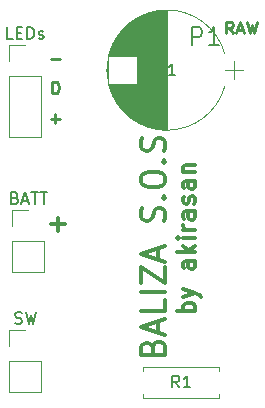
<source format=gto>
G04 #@! TF.FileFunction,Legend,Top*
%FSLAX46Y46*%
G04 Gerber Fmt 4.6, Leading zero omitted, Abs format (unit mm)*
G04 Created by KiCad (PCBNEW 4.0.7-e2-6376~58~ubuntu16.04.1) date Thu Jan  4 23:54:05 2018*
%MOMM*%
%LPD*%
G01*
G04 APERTURE LIST*
%ADD10C,0.020000*%
%ADD11C,0.300000*%
%ADD12C,0.250000*%
%ADD13C,0.120000*%
%ADD14C,0.150000*%
G04 APERTURE END LIST*
D10*
D11*
X161206571Y-133214286D02*
X159706571Y-133214286D01*
X160278000Y-133214286D02*
X160206571Y-133071429D01*
X160206571Y-132785715D01*
X160278000Y-132642858D01*
X160349429Y-132571429D01*
X160492286Y-132500000D01*
X160920857Y-132500000D01*
X161063714Y-132571429D01*
X161135143Y-132642858D01*
X161206571Y-132785715D01*
X161206571Y-133071429D01*
X161135143Y-133214286D01*
X160206571Y-132000000D02*
X161206571Y-131642857D01*
X160206571Y-131285715D02*
X161206571Y-131642857D01*
X161563714Y-131785715D01*
X161635143Y-131857143D01*
X161706571Y-132000000D01*
X161206571Y-128928572D02*
X160420857Y-128928572D01*
X160278000Y-129000001D01*
X160206571Y-129142858D01*
X160206571Y-129428572D01*
X160278000Y-129571429D01*
X161135143Y-128928572D02*
X161206571Y-129071429D01*
X161206571Y-129428572D01*
X161135143Y-129571429D01*
X160992286Y-129642858D01*
X160849429Y-129642858D01*
X160706571Y-129571429D01*
X160635143Y-129428572D01*
X160635143Y-129071429D01*
X160563714Y-128928572D01*
X161206571Y-128214286D02*
X159706571Y-128214286D01*
X160635143Y-128071429D02*
X161206571Y-127642858D01*
X160206571Y-127642858D02*
X160778000Y-128214286D01*
X161206571Y-127000000D02*
X160206571Y-127000000D01*
X159706571Y-127000000D02*
X159778000Y-127071429D01*
X159849429Y-127000000D01*
X159778000Y-126928572D01*
X159706571Y-127000000D01*
X159849429Y-127000000D01*
X161206571Y-126285714D02*
X160206571Y-126285714D01*
X160492286Y-126285714D02*
X160349429Y-126214286D01*
X160278000Y-126142857D01*
X160206571Y-126000000D01*
X160206571Y-125857143D01*
X161206571Y-124714286D02*
X160420857Y-124714286D01*
X160278000Y-124785715D01*
X160206571Y-124928572D01*
X160206571Y-125214286D01*
X160278000Y-125357143D01*
X161135143Y-124714286D02*
X161206571Y-124857143D01*
X161206571Y-125214286D01*
X161135143Y-125357143D01*
X160992286Y-125428572D01*
X160849429Y-125428572D01*
X160706571Y-125357143D01*
X160635143Y-125214286D01*
X160635143Y-124857143D01*
X160563714Y-124714286D01*
X161135143Y-124071429D02*
X161206571Y-123928572D01*
X161206571Y-123642857D01*
X161135143Y-123500000D01*
X160992286Y-123428572D01*
X160920857Y-123428572D01*
X160778000Y-123500000D01*
X160706571Y-123642857D01*
X160706571Y-123857143D01*
X160635143Y-124000000D01*
X160492286Y-124071429D01*
X160420857Y-124071429D01*
X160278000Y-124000000D01*
X160206571Y-123857143D01*
X160206571Y-123642857D01*
X160278000Y-123500000D01*
X161206571Y-122142857D02*
X160420857Y-122142857D01*
X160278000Y-122214286D01*
X160206571Y-122357143D01*
X160206571Y-122642857D01*
X160278000Y-122785714D01*
X161135143Y-122142857D02*
X161206571Y-122285714D01*
X161206571Y-122642857D01*
X161135143Y-122785714D01*
X160992286Y-122857143D01*
X160849429Y-122857143D01*
X160706571Y-122785714D01*
X160635143Y-122642857D01*
X160635143Y-122285714D01*
X160563714Y-122142857D01*
X160206571Y-121428571D02*
X161206571Y-121428571D01*
X160349429Y-121428571D02*
X160278000Y-121357143D01*
X160206571Y-121214285D01*
X160206571Y-121000000D01*
X160278000Y-120857143D01*
X160420857Y-120785714D01*
X161206571Y-120785714D01*
D12*
X164409524Y-109672381D02*
X164076190Y-109196190D01*
X163838095Y-109672381D02*
X163838095Y-108672381D01*
X164219048Y-108672381D01*
X164314286Y-108720000D01*
X164361905Y-108767619D01*
X164409524Y-108862857D01*
X164409524Y-109005714D01*
X164361905Y-109100952D01*
X164314286Y-109148571D01*
X164219048Y-109196190D01*
X163838095Y-109196190D01*
X164790476Y-109386667D02*
X165266667Y-109386667D01*
X164695238Y-109672381D02*
X165028571Y-108672381D01*
X165361905Y-109672381D01*
X165600000Y-108672381D02*
X165838095Y-109672381D01*
X166028572Y-108958095D01*
X166219048Y-109672381D01*
X166457143Y-108672381D01*
D11*
X157591143Y-136238191D02*
X157686381Y-135952477D01*
X157781619Y-135857238D01*
X157972095Y-135762000D01*
X158257810Y-135762000D01*
X158448286Y-135857238D01*
X158543524Y-135952477D01*
X158638762Y-136142953D01*
X158638762Y-136904858D01*
X156638762Y-136904858D01*
X156638762Y-136238191D01*
X156734000Y-136047715D01*
X156829238Y-135952477D01*
X157019714Y-135857238D01*
X157210190Y-135857238D01*
X157400667Y-135952477D01*
X157495905Y-136047715D01*
X157591143Y-136238191D01*
X157591143Y-136904858D01*
X158067333Y-135000096D02*
X158067333Y-134047715D01*
X158638762Y-135190572D02*
X156638762Y-134523905D01*
X158638762Y-133857238D01*
X158638762Y-132238191D02*
X158638762Y-133190572D01*
X156638762Y-133190572D01*
X158638762Y-131571524D02*
X156638762Y-131571524D01*
X156638762Y-130809619D02*
X156638762Y-129476285D01*
X158638762Y-130809619D01*
X158638762Y-129476285D01*
X158067333Y-128809619D02*
X158067333Y-127857238D01*
X158638762Y-129000095D02*
X156638762Y-128333428D01*
X158638762Y-127666761D01*
X158543524Y-125571523D02*
X158638762Y-125285808D01*
X158638762Y-124809618D01*
X158543524Y-124619142D01*
X158448286Y-124523904D01*
X158257810Y-124428665D01*
X158067333Y-124428665D01*
X157876857Y-124523904D01*
X157781619Y-124619142D01*
X157686381Y-124809618D01*
X157591143Y-125190570D01*
X157495905Y-125381046D01*
X157400667Y-125476285D01*
X157210190Y-125571523D01*
X157019714Y-125571523D01*
X156829238Y-125476285D01*
X156734000Y-125381046D01*
X156638762Y-125190570D01*
X156638762Y-124714380D01*
X156734000Y-124428665D01*
X158448286Y-123571523D02*
X158543524Y-123476284D01*
X158638762Y-123571523D01*
X158543524Y-123666761D01*
X158448286Y-123571523D01*
X158638762Y-123571523D01*
X156638762Y-122238189D02*
X156638762Y-121857237D01*
X156734000Y-121666761D01*
X156924476Y-121476284D01*
X157305429Y-121381046D01*
X157972095Y-121381046D01*
X158353048Y-121476284D01*
X158543524Y-121666761D01*
X158638762Y-121857237D01*
X158638762Y-122238189D01*
X158543524Y-122428665D01*
X158353048Y-122619142D01*
X157972095Y-122714380D01*
X157305429Y-122714380D01*
X156924476Y-122619142D01*
X156734000Y-122428665D01*
X156638762Y-122238189D01*
X158448286Y-120523904D02*
X158543524Y-120428665D01*
X158638762Y-120523904D01*
X158543524Y-120619142D01*
X158448286Y-120523904D01*
X158638762Y-120523904D01*
X158543524Y-119666761D02*
X158638762Y-119381046D01*
X158638762Y-118904856D01*
X158543524Y-118714380D01*
X158448286Y-118619142D01*
X158257810Y-118523903D01*
X158067333Y-118523903D01*
X157876857Y-118619142D01*
X157781619Y-118714380D01*
X157686381Y-118904856D01*
X157591143Y-119285808D01*
X157495905Y-119476284D01*
X157400667Y-119571523D01*
X157210190Y-119666761D01*
X157019714Y-119666761D01*
X156829238Y-119571523D01*
X156734000Y-119476284D01*
X156638762Y-119285808D01*
X156638762Y-118809618D01*
X156734000Y-118523903D01*
D12*
X149090095Y-114752381D02*
X149090095Y-113752381D01*
X149328190Y-113752381D01*
X149471048Y-113800000D01*
X149566286Y-113895238D01*
X149613905Y-113990476D01*
X149661524Y-114180952D01*
X149661524Y-114323810D01*
X149613905Y-114514286D01*
X149566286Y-114609524D01*
X149471048Y-114704762D01*
X149328190Y-114752381D01*
X149090095Y-114752381D01*
X148971048Y-111831429D02*
X149732953Y-111831429D01*
X148971048Y-116911429D02*
X149732953Y-116911429D01*
X149352001Y-117292381D02*
X149352001Y-116530476D01*
D11*
X149034572Y-125837143D02*
X150177429Y-125837143D01*
X149606000Y-126408571D02*
X149606000Y-125265714D01*
D13*
X153911563Y-114159264D02*
G75*
G03X163709357Y-114156000I4898437J1383264D01*
G01*
X153911563Y-111392736D02*
G75*
G02X163709357Y-111396000I4898437J-1383264D01*
G01*
X153911563Y-111392736D02*
G75*
G03X153910643Y-114156000I4898437J-1383264D01*
G01*
X158810000Y-117826000D02*
X158810000Y-107726000D01*
X158770000Y-117826000D02*
X158770000Y-107726000D01*
X158730000Y-117826000D02*
X158730000Y-107726000D01*
X158690000Y-117825000D02*
X158690000Y-107727000D01*
X158650000Y-117824000D02*
X158650000Y-107728000D01*
X158610000Y-117823000D02*
X158610000Y-107729000D01*
X158570000Y-117821000D02*
X158570000Y-107731000D01*
X158530000Y-117819000D02*
X158530000Y-107733000D01*
X158490000Y-117816000D02*
X158490000Y-107736000D01*
X158450000Y-117814000D02*
X158450000Y-107738000D01*
X158410000Y-117811000D02*
X158410000Y-107741000D01*
X158370000Y-117807000D02*
X158370000Y-107745000D01*
X158330000Y-117804000D02*
X158330000Y-107748000D01*
X158290000Y-117800000D02*
X158290000Y-107752000D01*
X158250000Y-117796000D02*
X158250000Y-107756000D01*
X158210000Y-117791000D02*
X158210000Y-107761000D01*
X158170000Y-117786000D02*
X158170000Y-107766000D01*
X158130000Y-117781000D02*
X158130000Y-107771000D01*
X158089000Y-117775000D02*
X158089000Y-107777000D01*
X158049000Y-117769000D02*
X158049000Y-107783000D01*
X158009000Y-117763000D02*
X158009000Y-107789000D01*
X157969000Y-117757000D02*
X157969000Y-107795000D01*
X157929000Y-117750000D02*
X157929000Y-107802000D01*
X157889000Y-117743000D02*
X157889000Y-107809000D01*
X157849000Y-117735000D02*
X157849000Y-107817000D01*
X157809000Y-117727000D02*
X157809000Y-107825000D01*
X157769000Y-117719000D02*
X157769000Y-107833000D01*
X157729000Y-117711000D02*
X157729000Y-107841000D01*
X157689000Y-117702000D02*
X157689000Y-107850000D01*
X157649000Y-117693000D02*
X157649000Y-107859000D01*
X157609000Y-117683000D02*
X157609000Y-107869000D01*
X157569000Y-117673000D02*
X157569000Y-107879000D01*
X157529000Y-117663000D02*
X157529000Y-107889000D01*
X157489000Y-117652000D02*
X157489000Y-107900000D01*
X157449000Y-117641000D02*
X157449000Y-107911000D01*
X157409000Y-117630000D02*
X157409000Y-107922000D01*
X157369000Y-117619000D02*
X157369000Y-107933000D01*
X157329000Y-117607000D02*
X157329000Y-107945000D01*
X157289000Y-117594000D02*
X157289000Y-107958000D01*
X157249000Y-117582000D02*
X157249000Y-107970000D01*
X157209000Y-117568000D02*
X157209000Y-107984000D01*
X157169000Y-117555000D02*
X157169000Y-107997000D01*
X157129000Y-117541000D02*
X157129000Y-108011000D01*
X157089000Y-117527000D02*
X157089000Y-108025000D01*
X157049000Y-117513000D02*
X157049000Y-108039000D01*
X157009000Y-117498000D02*
X157009000Y-108054000D01*
X156969000Y-117482000D02*
X156969000Y-108070000D01*
X156929000Y-117467000D02*
X156929000Y-108085000D01*
X156889000Y-117450000D02*
X156889000Y-108102000D01*
X156849000Y-117434000D02*
X156849000Y-108118000D01*
X156809000Y-117417000D02*
X156809000Y-108135000D01*
X156769000Y-117400000D02*
X156769000Y-108152000D01*
X156729000Y-117382000D02*
X156729000Y-108170000D01*
X156689000Y-117364000D02*
X156689000Y-108188000D01*
X156649000Y-117345000D02*
X156649000Y-108207000D01*
X156609000Y-117326000D02*
X156609000Y-108226000D01*
X156569000Y-117307000D02*
X156569000Y-108245000D01*
X156529000Y-117287000D02*
X156529000Y-108265000D01*
X156489000Y-117267000D02*
X156489000Y-108285000D01*
X156449000Y-117246000D02*
X156449000Y-108306000D01*
X156409000Y-117225000D02*
X156409000Y-108327000D01*
X156369000Y-117204000D02*
X156369000Y-108348000D01*
X156329000Y-117181000D02*
X156329000Y-108371000D01*
X156289000Y-117159000D02*
X156289000Y-108393000D01*
X156249000Y-117136000D02*
X156249000Y-108416000D01*
X156209000Y-117112000D02*
X156209000Y-113957000D01*
X156209000Y-111595000D02*
X156209000Y-108440000D01*
X156169000Y-117088000D02*
X156169000Y-113957000D01*
X156169000Y-111595000D02*
X156169000Y-108464000D01*
X156129000Y-117064000D02*
X156129000Y-113957000D01*
X156129000Y-111595000D02*
X156129000Y-108488000D01*
X156089000Y-117039000D02*
X156089000Y-113957000D01*
X156089000Y-111595000D02*
X156089000Y-108513000D01*
X156049000Y-117013000D02*
X156049000Y-113957000D01*
X156049000Y-111595000D02*
X156049000Y-108539000D01*
X156009000Y-116987000D02*
X156009000Y-113957000D01*
X156009000Y-111595000D02*
X156009000Y-108565000D01*
X155969000Y-116961000D02*
X155969000Y-113957000D01*
X155969000Y-111595000D02*
X155969000Y-108591000D01*
X155929000Y-116933000D02*
X155929000Y-113957000D01*
X155929000Y-111595000D02*
X155929000Y-108619000D01*
X155889000Y-116906000D02*
X155889000Y-113957000D01*
X155889000Y-111595000D02*
X155889000Y-108646000D01*
X155849000Y-116877000D02*
X155849000Y-113957000D01*
X155849000Y-111595000D02*
X155849000Y-108675000D01*
X155809000Y-116848000D02*
X155809000Y-113957000D01*
X155809000Y-111595000D02*
X155809000Y-108704000D01*
X155769000Y-116819000D02*
X155769000Y-113957000D01*
X155769000Y-111595000D02*
X155769000Y-108733000D01*
X155729000Y-116789000D02*
X155729000Y-113957000D01*
X155729000Y-111595000D02*
X155729000Y-108763000D01*
X155689000Y-116758000D02*
X155689000Y-113957000D01*
X155689000Y-111595000D02*
X155689000Y-108794000D01*
X155649000Y-116727000D02*
X155649000Y-113957000D01*
X155649000Y-111595000D02*
X155649000Y-108825000D01*
X155609000Y-116695000D02*
X155609000Y-113957000D01*
X155609000Y-111595000D02*
X155609000Y-108857000D01*
X155569000Y-116662000D02*
X155569000Y-113957000D01*
X155569000Y-111595000D02*
X155569000Y-108890000D01*
X155529000Y-116629000D02*
X155529000Y-113957000D01*
X155529000Y-111595000D02*
X155529000Y-108923000D01*
X155489000Y-116595000D02*
X155489000Y-113957000D01*
X155489000Y-111595000D02*
X155489000Y-108957000D01*
X155449000Y-116560000D02*
X155449000Y-113957000D01*
X155449000Y-111595000D02*
X155449000Y-108992000D01*
X155409000Y-116524000D02*
X155409000Y-113957000D01*
X155409000Y-111595000D02*
X155409000Y-109028000D01*
X155369000Y-116488000D02*
X155369000Y-113957000D01*
X155369000Y-111595000D02*
X155369000Y-109064000D01*
X155329000Y-116451000D02*
X155329000Y-113957000D01*
X155329000Y-111595000D02*
X155329000Y-109101000D01*
X155289000Y-116413000D02*
X155289000Y-113957000D01*
X155289000Y-111595000D02*
X155289000Y-109139000D01*
X155249000Y-116374000D02*
X155249000Y-113957000D01*
X155249000Y-111595000D02*
X155249000Y-109178000D01*
X155209000Y-116335000D02*
X155209000Y-113957000D01*
X155209000Y-111595000D02*
X155209000Y-109217000D01*
X155169000Y-116294000D02*
X155169000Y-113957000D01*
X155169000Y-111595000D02*
X155169000Y-109258000D01*
X155129000Y-116253000D02*
X155129000Y-113957000D01*
X155129000Y-111595000D02*
X155129000Y-109299000D01*
X155089000Y-116211000D02*
X155089000Y-113957000D01*
X155089000Y-111595000D02*
X155089000Y-109341000D01*
X155049000Y-116167000D02*
X155049000Y-113957000D01*
X155049000Y-111595000D02*
X155049000Y-109385000D01*
X155009000Y-116123000D02*
X155009000Y-113957000D01*
X155009000Y-111595000D02*
X155009000Y-109429000D01*
X154969000Y-116078000D02*
X154969000Y-113957000D01*
X154969000Y-111595000D02*
X154969000Y-109474000D01*
X154929000Y-116031000D02*
X154929000Y-113957000D01*
X154929000Y-111595000D02*
X154929000Y-109521000D01*
X154889000Y-115983000D02*
X154889000Y-113957000D01*
X154889000Y-111595000D02*
X154889000Y-109569000D01*
X154849000Y-115934000D02*
X154849000Y-113957000D01*
X154849000Y-111595000D02*
X154849000Y-109618000D01*
X154809000Y-115884000D02*
X154809000Y-113957000D01*
X154809000Y-111595000D02*
X154809000Y-109668000D01*
X154769000Y-115833000D02*
X154769000Y-113957000D01*
X154769000Y-111595000D02*
X154769000Y-109719000D01*
X154729000Y-115780000D02*
X154729000Y-113957000D01*
X154729000Y-111595000D02*
X154729000Y-109772000D01*
X154689000Y-115725000D02*
X154689000Y-113957000D01*
X154689000Y-111595000D02*
X154689000Y-109827000D01*
X154649000Y-115670000D02*
X154649000Y-113957000D01*
X154649000Y-111595000D02*
X154649000Y-109882000D01*
X154609000Y-115612000D02*
X154609000Y-113957000D01*
X154609000Y-111595000D02*
X154609000Y-109940000D01*
X154569000Y-115553000D02*
X154569000Y-113957000D01*
X154569000Y-111595000D02*
X154569000Y-109999000D01*
X154529000Y-115491000D02*
X154529000Y-113957000D01*
X154529000Y-111595000D02*
X154529000Y-110061000D01*
X154489000Y-115428000D02*
X154489000Y-113957000D01*
X154489000Y-111595000D02*
X154489000Y-110124000D01*
X154449000Y-115363000D02*
X154449000Y-113957000D01*
X154449000Y-111595000D02*
X154449000Y-110189000D01*
X154409000Y-115295000D02*
X154409000Y-113957000D01*
X154409000Y-111595000D02*
X154409000Y-110257000D01*
X154369000Y-115225000D02*
X154369000Y-113957000D01*
X154369000Y-111595000D02*
X154369000Y-110327000D01*
X154329000Y-115153000D02*
X154329000Y-113957000D01*
X154329000Y-111595000D02*
X154329000Y-110399000D01*
X154289000Y-115077000D02*
X154289000Y-113957000D01*
X154289000Y-111595000D02*
X154289000Y-110475000D01*
X154249000Y-114998000D02*
X154249000Y-113957000D01*
X154249000Y-111595000D02*
X154249000Y-110554000D01*
X154209000Y-114916000D02*
X154209000Y-113957000D01*
X154209000Y-111595000D02*
X154209000Y-110636000D01*
X154169000Y-114829000D02*
X154169000Y-113957000D01*
X154169000Y-111595000D02*
X154169000Y-110723000D01*
X154129000Y-114738000D02*
X154129000Y-113957000D01*
X154129000Y-111595000D02*
X154129000Y-110814000D01*
X154089000Y-114642000D02*
X154089000Y-113957000D01*
X154089000Y-111595000D02*
X154089000Y-110910000D01*
X154049000Y-114539000D02*
X154049000Y-113957000D01*
X154049000Y-111595000D02*
X154049000Y-111013000D01*
X154009000Y-114430000D02*
X154009000Y-113957000D01*
X154009000Y-111595000D02*
X154009000Y-111122000D01*
X153969000Y-114312000D02*
X153969000Y-113957000D01*
X153969000Y-111595000D02*
X153969000Y-111240000D01*
X153929000Y-114183000D02*
X153929000Y-113957000D01*
X153929000Y-111595000D02*
X153929000Y-111369000D01*
X153889000Y-114041000D02*
X153889000Y-113957000D01*
X153889000Y-111595000D02*
X153889000Y-111511000D01*
X153849000Y-113880000D02*
X153849000Y-111672000D01*
X153809000Y-113689000D02*
X153809000Y-111863000D01*
X153769000Y-113448000D02*
X153769000Y-112104000D01*
X153729000Y-113055000D02*
X153729000Y-112497000D01*
X165260000Y-112776000D02*
X163760000Y-112776000D01*
X164510000Y-113526000D02*
X164510000Y-112026000D01*
X156810000Y-138212000D02*
X156810000Y-137882000D01*
X156810000Y-137882000D02*
X163230000Y-137882000D01*
X163230000Y-137882000D02*
X163230000Y-138212000D01*
X156810000Y-140172000D02*
X156810000Y-140502000D01*
X156810000Y-140502000D02*
X163230000Y-140502000D01*
X163230000Y-140502000D02*
X163230000Y-140172000D01*
X145482000Y-118424000D02*
X148142000Y-118424000D01*
X145482000Y-113284000D02*
X145482000Y-118424000D01*
X148142000Y-113284000D02*
X148142000Y-118424000D01*
X145482000Y-113284000D02*
X148142000Y-113284000D01*
X145482000Y-112014000D02*
X145482000Y-110684000D01*
X145482000Y-110684000D02*
X146812000Y-110684000D01*
X145736000Y-129854000D02*
X148396000Y-129854000D01*
X145736000Y-127254000D02*
X145736000Y-129854000D01*
X148396000Y-127254000D02*
X148396000Y-129854000D01*
X145736000Y-127254000D02*
X148396000Y-127254000D01*
X145736000Y-125984000D02*
X145736000Y-124654000D01*
X145736000Y-124654000D02*
X147066000Y-124654000D01*
X145482000Y-140014000D02*
X148142000Y-140014000D01*
X145482000Y-137414000D02*
X145482000Y-140014000D01*
X148142000Y-137414000D02*
X148142000Y-140014000D01*
X145482000Y-137414000D02*
X148142000Y-137414000D01*
X145482000Y-136144000D02*
X145482000Y-134814000D01*
X145482000Y-134814000D02*
X146812000Y-134814000D01*
D14*
X160944858Y-110660571D02*
X160944858Y-109160571D01*
X161516286Y-109160571D01*
X161659144Y-109232000D01*
X161730572Y-109303429D01*
X161802001Y-109446286D01*
X161802001Y-109660571D01*
X161730572Y-109803429D01*
X161659144Y-109874857D01*
X161516286Y-109946286D01*
X160944858Y-109946286D01*
X163230572Y-110660571D02*
X162373429Y-110660571D01*
X162802001Y-110660571D02*
X162802001Y-109160571D01*
X162659144Y-109374857D01*
X162516286Y-109517714D01*
X162373429Y-109589143D01*
X158583334Y-113133143D02*
X158535715Y-113180762D01*
X158392858Y-113228381D01*
X158297620Y-113228381D01*
X158154762Y-113180762D01*
X158059524Y-113085524D01*
X158011905Y-112990286D01*
X157964286Y-112799810D01*
X157964286Y-112656952D01*
X158011905Y-112466476D01*
X158059524Y-112371238D01*
X158154762Y-112276000D01*
X158297620Y-112228381D01*
X158392858Y-112228381D01*
X158535715Y-112276000D01*
X158583334Y-112323619D01*
X159535715Y-113228381D02*
X158964286Y-113228381D01*
X159250000Y-113228381D02*
X159250000Y-112228381D01*
X159154762Y-112371238D01*
X159059524Y-112466476D01*
X158964286Y-112514095D01*
X159853334Y-139644381D02*
X159520000Y-139168190D01*
X159281905Y-139644381D02*
X159281905Y-138644381D01*
X159662858Y-138644381D01*
X159758096Y-138692000D01*
X159805715Y-138739619D01*
X159853334Y-138834857D01*
X159853334Y-138977714D01*
X159805715Y-139072952D01*
X159758096Y-139120571D01*
X159662858Y-139168190D01*
X159281905Y-139168190D01*
X160805715Y-139644381D02*
X160234286Y-139644381D01*
X160520000Y-139644381D02*
X160520000Y-138644381D01*
X160424762Y-138787238D01*
X160329524Y-138882476D01*
X160234286Y-138930095D01*
X145764381Y-110136381D02*
X145288190Y-110136381D01*
X145288190Y-109136381D01*
X146097714Y-109612571D02*
X146431048Y-109612571D01*
X146573905Y-110136381D02*
X146097714Y-110136381D01*
X146097714Y-109136381D01*
X146573905Y-109136381D01*
X147002476Y-110136381D02*
X147002476Y-109136381D01*
X147240571Y-109136381D01*
X147383429Y-109184000D01*
X147478667Y-109279238D01*
X147526286Y-109374476D01*
X147573905Y-109564952D01*
X147573905Y-109707810D01*
X147526286Y-109898286D01*
X147478667Y-109993524D01*
X147383429Y-110088762D01*
X147240571Y-110136381D01*
X147002476Y-110136381D01*
X147954857Y-110088762D02*
X148050095Y-110136381D01*
X148240571Y-110136381D01*
X148335810Y-110088762D01*
X148383429Y-109993524D01*
X148383429Y-109945905D01*
X148335810Y-109850667D01*
X148240571Y-109803048D01*
X148097714Y-109803048D01*
X148002476Y-109755429D01*
X147954857Y-109660190D01*
X147954857Y-109612571D01*
X148002476Y-109517333D01*
X148097714Y-109469714D01*
X148240571Y-109469714D01*
X148335810Y-109517333D01*
X145946953Y-123582571D02*
X146089810Y-123630190D01*
X146137429Y-123677810D01*
X146185048Y-123773048D01*
X146185048Y-123915905D01*
X146137429Y-124011143D01*
X146089810Y-124058762D01*
X145994572Y-124106381D01*
X145613619Y-124106381D01*
X145613619Y-123106381D01*
X145946953Y-123106381D01*
X146042191Y-123154000D01*
X146089810Y-123201619D01*
X146137429Y-123296857D01*
X146137429Y-123392095D01*
X146089810Y-123487333D01*
X146042191Y-123534952D01*
X145946953Y-123582571D01*
X145613619Y-123582571D01*
X146566000Y-123820667D02*
X147042191Y-123820667D01*
X146470762Y-124106381D02*
X146804095Y-123106381D01*
X147137429Y-124106381D01*
X147327905Y-123106381D02*
X147899334Y-123106381D01*
X147613619Y-124106381D02*
X147613619Y-123106381D01*
X148089810Y-123106381D02*
X148661239Y-123106381D01*
X148375524Y-124106381D02*
X148375524Y-123106381D01*
X145954857Y-134218762D02*
X146097714Y-134266381D01*
X146335810Y-134266381D01*
X146431048Y-134218762D01*
X146478667Y-134171143D01*
X146526286Y-134075905D01*
X146526286Y-133980667D01*
X146478667Y-133885429D01*
X146431048Y-133837810D01*
X146335810Y-133790190D01*
X146145333Y-133742571D01*
X146050095Y-133694952D01*
X146002476Y-133647333D01*
X145954857Y-133552095D01*
X145954857Y-133456857D01*
X146002476Y-133361619D01*
X146050095Y-133314000D01*
X146145333Y-133266381D01*
X146383429Y-133266381D01*
X146526286Y-133314000D01*
X146859619Y-133266381D02*
X147097714Y-134266381D01*
X147288191Y-133552095D01*
X147478667Y-134266381D01*
X147716762Y-133266381D01*
M02*

</source>
